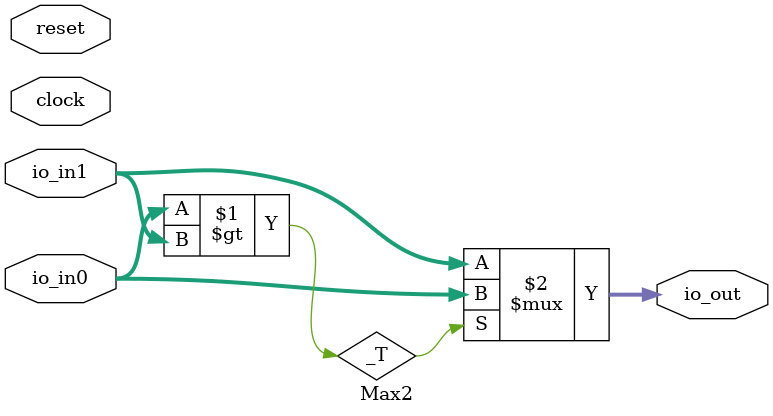
<source format=v>
module Max2(
  input        clock,
  input        reset,
  input  [7:0] io_in0,
  input  [7:0] io_in1,
  output [7:0] io_out
);
  wire  _T = io_in0 > io_in1; // @[Max2.scala 17:24]
  assign io_out = _T ? io_in0 : io_in1; // @[Max2.scala 17:10]
endmodule

</source>
